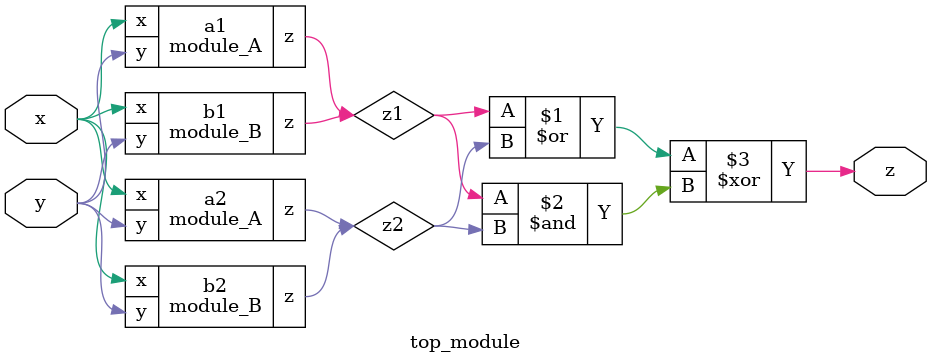
<source format=sv>
module module_A (
    input x,
    input y,
    output z
);
    assign z = (x ^ y) & x;
endmodule
module module_B (
    input x,
    input y,
    output z
);
    assign z = ~((x & ~y) | (~x & y));
endmodule
module top_module(
    input x,
    input y,
    output z
);
    wire z1, z2;

    // First pair of A and B submodules
    module_A a1 (
        .x(x),
        .y(y),
        .z(z1)
    );
    module_B b1 (
        .x(x),
        .y(y),
        .z(z1)
    );

    // Second pair of A and B submodules
    module_A a2 (
        .x(x),
        .y(y),
        .z(z2)
    );
    module_B b2 (
        .x(x),
        .y(y),
        .z(z2)
    );

    // Connect the outputs of the submodules
    assign z = (z1 | z2) ^ (z1 & z2);
endmodule

</source>
